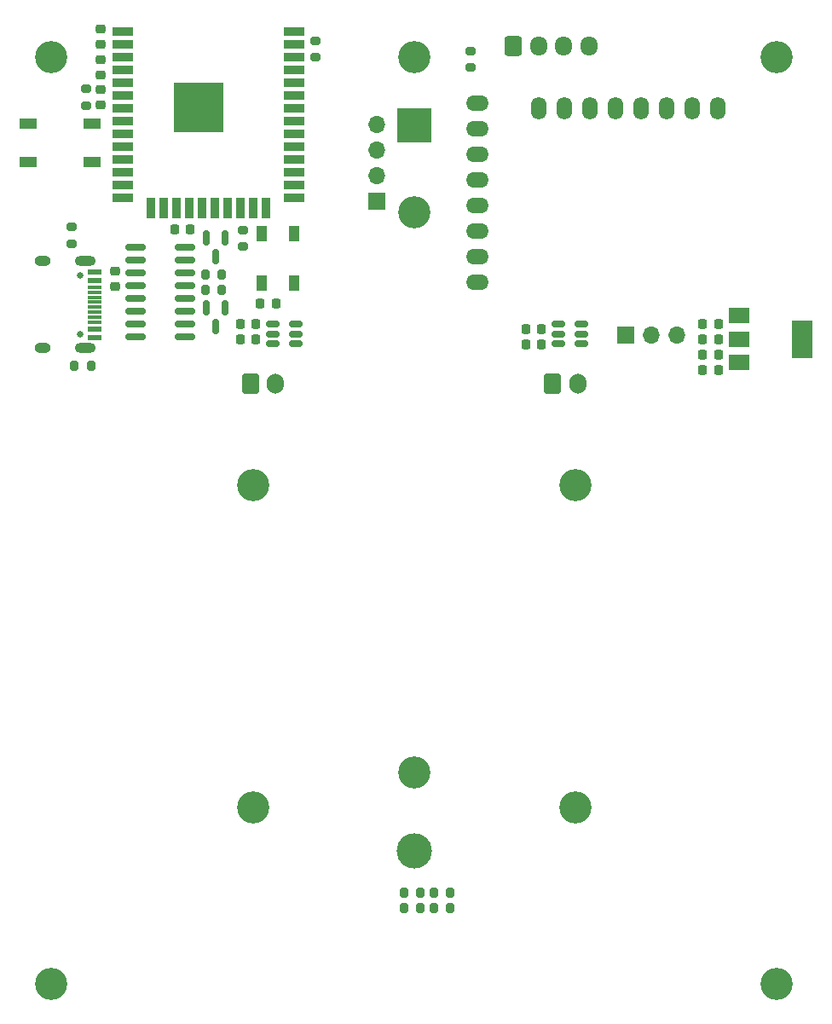
<source format=gbr>
%TF.GenerationSoftware,KiCad,Pcbnew,(6.0.7)*%
%TF.CreationDate,2022-09-24T23:46:27+02:00*%
%TF.ProjectId,airstream_controller,61697273-7472-4656-916d-5f636f6e7472,rev?*%
%TF.SameCoordinates,Original*%
%TF.FileFunction,Soldermask,Top*%
%TF.FilePolarity,Negative*%
%FSLAX46Y46*%
G04 Gerber Fmt 4.6, Leading zero omitted, Abs format (unit mm)*
G04 Created by KiCad (PCBNEW (6.0.7)) date 2022-09-24 23:46:27*
%MOMM*%
%LPD*%
G01*
G04 APERTURE LIST*
G04 Aperture macros list*
%AMRoundRect*
0 Rectangle with rounded corners*
0 $1 Rounding radius*
0 $2 $3 $4 $5 $6 $7 $8 $9 X,Y pos of 4 corners*
0 Add a 4 corners polygon primitive as box body*
4,1,4,$2,$3,$4,$5,$6,$7,$8,$9,$2,$3,0*
0 Add four circle primitives for the rounded corners*
1,1,$1+$1,$2,$3*
1,1,$1+$1,$4,$5*
1,1,$1+$1,$6,$7*
1,1,$1+$1,$8,$9*
0 Add four rect primitives between the rounded corners*
20,1,$1+$1,$2,$3,$4,$5,0*
20,1,$1+$1,$4,$5,$6,$7,0*
20,1,$1+$1,$6,$7,$8,$9,0*
20,1,$1+$1,$8,$9,$2,$3,0*%
G04 Aperture macros list end*
%ADD10R,1.700000X1.700000*%
%ADD11O,1.700000X1.700000*%
%ADD12O,2.268000X1.524000*%
%ADD13C,3.200000*%
%ADD14RoundRect,0.250000X-0.600000X-0.750000X0.600000X-0.750000X0.600000X0.750000X-0.600000X0.750000X0*%
%ADD15O,1.700000X2.000000*%
%ADD16R,2.000000X0.900000*%
%ADD17R,0.900000X2.000000*%
%ADD18R,5.000000X5.000000*%
%ADD19RoundRect,0.225000X-0.250000X0.225000X-0.250000X-0.225000X0.250000X-0.225000X0.250000X0.225000X0*%
%ADD20RoundRect,0.225000X0.225000X0.250000X-0.225000X0.250000X-0.225000X-0.250000X0.225000X-0.250000X0*%
%ADD21RoundRect,0.225000X-0.225000X-0.250000X0.225000X-0.250000X0.225000X0.250000X-0.225000X0.250000X0*%
%ADD22RoundRect,0.150000X0.512500X0.150000X-0.512500X0.150000X-0.512500X-0.150000X0.512500X-0.150000X0*%
%ADD23C,0.650000*%
%ADD24R,1.450000X0.600000*%
%ADD25R,1.450000X0.300000*%
%ADD26O,1.600000X1.000000*%
%ADD27O,2.100000X1.000000*%
%ADD28RoundRect,0.200000X0.200000X0.275000X-0.200000X0.275000X-0.200000X-0.275000X0.200000X-0.275000X0*%
%ADD29R,2.000000X1.500000*%
%ADD30R,2.000000X3.800000*%
%ADD31R,1.700000X1.000000*%
%ADD32RoundRect,0.200000X-0.275000X0.200000X-0.275000X-0.200000X0.275000X-0.200000X0.275000X0.200000X0*%
%ADD33RoundRect,0.200000X-0.200000X-0.275000X0.200000X-0.275000X0.200000X0.275000X-0.200000X0.275000X0*%
%ADD34R,1.000000X1.500000*%
%ADD35RoundRect,0.150000X-0.150000X0.587500X-0.150000X-0.587500X0.150000X-0.587500X0.150000X0.587500X0*%
%ADD36RoundRect,0.200000X0.275000X-0.200000X0.275000X0.200000X-0.275000X0.200000X-0.275000X-0.200000X0*%
%ADD37R,3.500000X3.500000*%
%ADD38C,3.500000*%
%ADD39RoundRect,0.225000X0.250000X-0.225000X0.250000X0.225000X-0.250000X0.225000X-0.250000X-0.225000X0*%
%ADD40O,1.524000X2.268000*%
%ADD41RoundRect,0.150000X-0.825000X-0.150000X0.825000X-0.150000X0.825000X0.150000X-0.825000X0.150000X0*%
%ADD42RoundRect,0.250000X-0.600000X-0.725000X0.600000X-0.725000X0.600000X0.725000X-0.600000X0.725000X0*%
%ADD43O,1.700000X1.950000*%
G04 APERTURE END LIST*
D10*
%TO.C,J6*%
X56300000Y-38300000D03*
D11*
X56300000Y-35760000D03*
X56300000Y-33220000D03*
X56300000Y-30680000D03*
%TD*%
D12*
%TO.C,U9*%
X66262500Y-28597500D03*
X66262500Y-31137500D03*
X66262500Y-33677500D03*
X66262500Y-36217500D03*
X66262500Y-38757500D03*
X66262500Y-41297500D03*
X66262500Y-43837500D03*
X66262500Y-46377500D03*
%TD*%
D13*
%TO.C,H6*%
X96000000Y-116000000D03*
%TD*%
%TO.C,H7*%
X24000000Y-116000000D03*
%TD*%
D14*
%TO.C,J3*%
X43750000Y-56475000D03*
D15*
X46250000Y-56475000D03*
%TD*%
D16*
%TO.C,U1*%
X31100000Y-21495000D03*
X31100000Y-22765000D03*
X31100000Y-24035000D03*
X31100000Y-25305000D03*
X31100000Y-26575000D03*
X31100000Y-27845000D03*
X31100000Y-29115000D03*
X31100000Y-30385000D03*
X31100000Y-31655000D03*
X31100000Y-32925000D03*
X31100000Y-34195000D03*
X31100000Y-35465000D03*
X31100000Y-36735000D03*
X31100000Y-38005000D03*
D17*
X33885000Y-39005000D03*
X35155000Y-39005000D03*
X36425000Y-39005000D03*
X37695000Y-39005000D03*
X38965000Y-39005000D03*
X40235000Y-39005000D03*
X41505000Y-39005000D03*
X42775000Y-39005000D03*
X44045000Y-39005000D03*
X45315000Y-39005000D03*
D16*
X48100000Y-38005000D03*
X48100000Y-36735000D03*
X48100000Y-35465000D03*
X48100000Y-34195000D03*
X48100000Y-32925000D03*
X48100000Y-31655000D03*
X48100000Y-30385000D03*
X48100000Y-29115000D03*
X48100000Y-27845000D03*
X48100000Y-26575000D03*
X48100000Y-25305000D03*
X48100000Y-24035000D03*
X48100000Y-22765000D03*
X48100000Y-21495000D03*
D18*
X38600000Y-28995000D03*
%TD*%
D19*
%TO.C,C2*%
X28900000Y-27225000D03*
X28900000Y-28775000D03*
%TD*%
D20*
%TO.C,C4*%
X90225000Y-55050000D03*
X88675000Y-55050000D03*
%TD*%
D21*
%TO.C,C6*%
X44725000Y-48500000D03*
X46275000Y-48500000D03*
%TD*%
D13*
%TO.C,H2*%
X44000000Y-98500000D03*
%TD*%
D22*
%TO.C,U6*%
X76637500Y-52450000D03*
X76637500Y-51500000D03*
X76637500Y-50550000D03*
X74362500Y-50550000D03*
X74362500Y-51500000D03*
X74362500Y-52450000D03*
%TD*%
D20*
%TO.C,C11*%
X44275000Y-52000000D03*
X42725000Y-52000000D03*
%TD*%
%TO.C,C8*%
X37775000Y-41100000D03*
X36225000Y-41100000D03*
%TD*%
D23*
%TO.C,J1*%
X26800000Y-51490000D03*
X26800000Y-45710000D03*
D24*
X28245000Y-45350000D03*
X28245000Y-46150000D03*
D25*
X28245000Y-47350000D03*
X28245000Y-48350000D03*
X28245000Y-48850000D03*
X28245000Y-49850000D03*
D24*
X28245000Y-51050000D03*
X28245000Y-51850000D03*
X28245000Y-51850000D03*
X28245000Y-51050000D03*
D25*
X28245000Y-50350000D03*
X28245000Y-49350000D03*
X28245000Y-47850000D03*
X28245000Y-46850000D03*
D24*
X28245000Y-46150000D03*
X28245000Y-45350000D03*
D26*
X23150000Y-52920000D03*
X23150000Y-44280000D03*
D27*
X27330000Y-44280000D03*
X27330000Y-52920000D03*
%TD*%
D20*
%TO.C,C9*%
X90225000Y-53550000D03*
X88675000Y-53550000D03*
%TD*%
D22*
%TO.C,U5*%
X48237500Y-52450000D03*
X48237500Y-51500000D03*
X48237500Y-50550000D03*
X45962500Y-50550000D03*
X45962500Y-51500000D03*
X45962500Y-52450000D03*
%TD*%
D28*
%TO.C,R12*%
X60625000Y-108500000D03*
X58975000Y-108500000D03*
%TD*%
%TO.C,R4*%
X40925000Y-45600000D03*
X39275000Y-45600000D03*
%TD*%
D29*
%TO.C,U3*%
X92250000Y-49700000D03*
D30*
X98550000Y-52000000D03*
D29*
X92250000Y-52000000D03*
X92250000Y-54300000D03*
%TD*%
D31*
%TO.C,SW1*%
X28000000Y-30600000D03*
X21700000Y-30600000D03*
X21700000Y-34400000D03*
X28000000Y-34400000D03*
%TD*%
D32*
%TO.C,R6*%
X50200000Y-22375000D03*
X50200000Y-24025000D03*
%TD*%
D33*
%TO.C,R9*%
X61975000Y-107000000D03*
X63625000Y-107000000D03*
%TD*%
D34*
%TO.C,D1*%
X44900000Y-46450000D03*
X48100000Y-46450000D03*
X48100000Y-41550000D03*
X44900000Y-41550000D03*
%TD*%
D32*
%TO.C,R2*%
X26000000Y-40875000D03*
X26000000Y-42525000D03*
%TD*%
D19*
%TO.C,C3*%
X28900000Y-21225000D03*
X28900000Y-22775000D03*
%TD*%
D13*
%TO.C,H4*%
X76000000Y-66500000D03*
%TD*%
D14*
%TO.C,J5*%
X73750000Y-56475000D03*
D15*
X76250000Y-56475000D03*
%TD*%
D20*
%TO.C,C10*%
X90225000Y-50550000D03*
X88675000Y-50550000D03*
%TD*%
D35*
%TO.C,Q2*%
X41250000Y-41962500D03*
X39350000Y-41962500D03*
X40300000Y-43837500D03*
%TD*%
D13*
%TO.C,H3*%
X76000000Y-98500000D03*
%TD*%
D36*
%TO.C,R7*%
X43000000Y-42825000D03*
X43000000Y-41175000D03*
%TD*%
D13*
%TO.C,BT1*%
X60000000Y-95055000D03*
X60000000Y-39445000D03*
D37*
X60000000Y-30800000D03*
D38*
X60000000Y-102800000D03*
%TD*%
D20*
%TO.C,C14*%
X72675000Y-52500000D03*
X71125000Y-52500000D03*
%TD*%
D35*
%TO.C,Q1*%
X41250000Y-48862500D03*
X39350000Y-48862500D03*
X40300000Y-50737500D03*
%TD*%
D20*
%TO.C,C13*%
X44275000Y-50500000D03*
X42725000Y-50500000D03*
%TD*%
%TO.C,C12*%
X72675000Y-51000000D03*
X71125000Y-51000000D03*
%TD*%
D39*
%TO.C,C7*%
X30300000Y-46775000D03*
X30300000Y-45225000D03*
%TD*%
D13*
%TO.C,H5*%
X96000000Y-24000000D03*
%TD*%
%TO.C,H9*%
X60000000Y-24000000D03*
%TD*%
%TO.C,H8*%
X24000000Y-24000000D03*
%TD*%
D40*
%TO.C,U4*%
X72372500Y-29087500D03*
X74912500Y-29087500D03*
X77452500Y-29087500D03*
X79992500Y-29087500D03*
X82532500Y-29087500D03*
X85072500Y-29087500D03*
X87612500Y-29087500D03*
X90152500Y-29087500D03*
%TD*%
D28*
%TO.C,R10*%
X60625000Y-107000000D03*
X58975000Y-107000000D03*
%TD*%
D41*
%TO.C,U2*%
X32325000Y-42855000D03*
X32325000Y-44125000D03*
X32325000Y-45395000D03*
X32325000Y-46665000D03*
X32325000Y-47935000D03*
X32325000Y-49205000D03*
X32325000Y-50475000D03*
X32325000Y-51745000D03*
X37275000Y-51745000D03*
X37275000Y-50475000D03*
X37275000Y-49205000D03*
X37275000Y-47935000D03*
X37275000Y-46665000D03*
X37275000Y-45395000D03*
X37275000Y-44125000D03*
X37275000Y-42855000D03*
%TD*%
D28*
%TO.C,R3*%
X27925000Y-54700000D03*
X26275000Y-54700000D03*
%TD*%
D33*
%TO.C,R11*%
X61975000Y-108500000D03*
X63625000Y-108500000D03*
%TD*%
D32*
%TO.C,R8*%
X65600000Y-23375000D03*
X65600000Y-25025000D03*
%TD*%
D28*
%TO.C,R5*%
X40925000Y-47100000D03*
X39275000Y-47100000D03*
%TD*%
D36*
%TO.C,R1*%
X27400000Y-28825000D03*
X27400000Y-27175000D03*
%TD*%
D42*
%TO.C,J2*%
X69850000Y-22875000D03*
D43*
X72350000Y-22875000D03*
X74850000Y-22875000D03*
X77350000Y-22875000D03*
%TD*%
D10*
%TO.C,J4*%
X81060000Y-51600000D03*
D11*
X83600000Y-51600000D03*
X86140000Y-51600000D03*
%TD*%
D20*
%TO.C,C5*%
X90225000Y-52050000D03*
X88675000Y-52050000D03*
%TD*%
D19*
%TO.C,C1*%
X28900000Y-24225000D03*
X28900000Y-25775000D03*
%TD*%
D13*
%TO.C,H1*%
X44000000Y-66500000D03*
%TD*%
M02*

</source>
